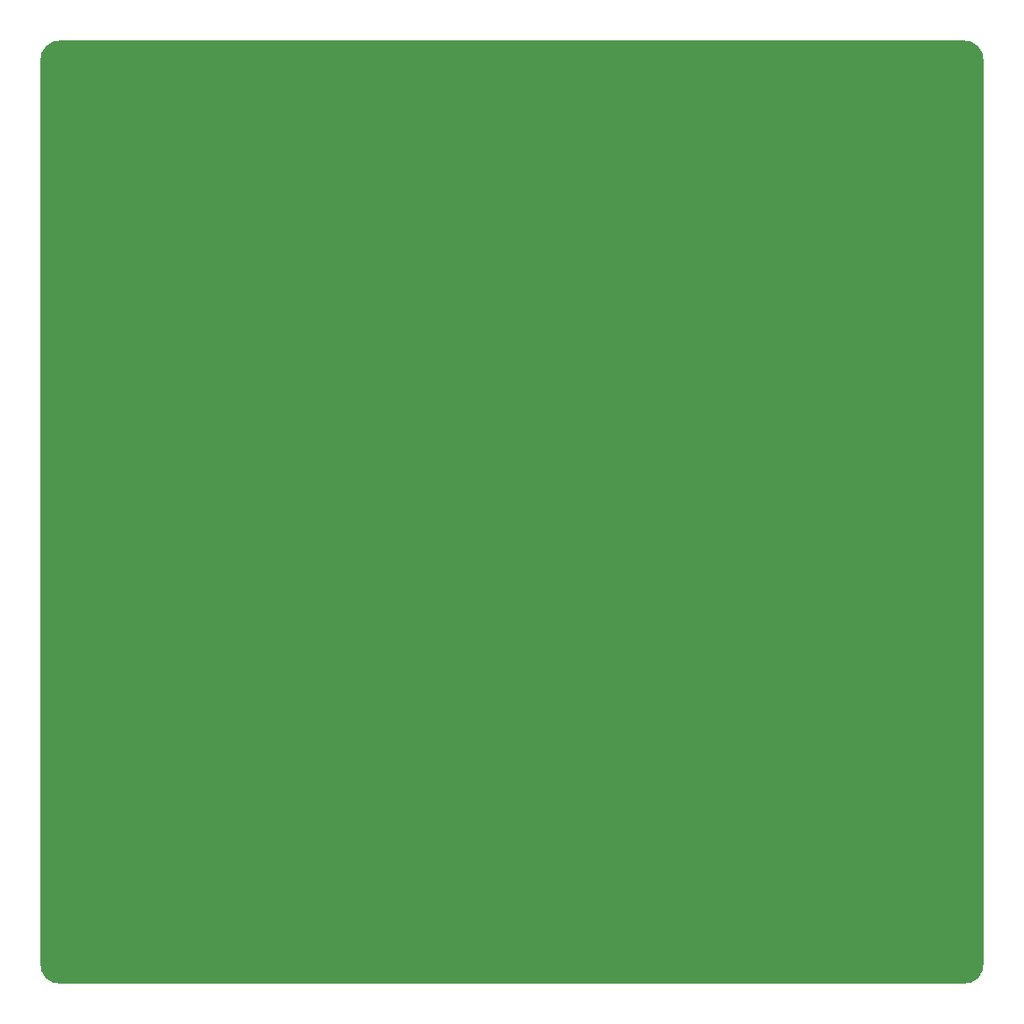
<source format=gbr>
%TF.GenerationSoftware,KiCad,Pcbnew,6.0.1-79c1e3a40b~116~ubuntu20.04.1*%
%TF.CreationDate,2022-01-22T14:19:24+01:00*%
%TF.ProjectId,base,62617365-2e6b-4696-9361-645f70636258,rev?*%
%TF.SameCoordinates,Original*%
%TF.FileFunction,Soldermask,Top*%
%TF.FilePolarity,Negative*%
%FSLAX46Y46*%
G04 Gerber Fmt 4.6, Leading zero omitted, Abs format (unit mm)*
G04 Created by KiCad (PCBNEW 6.0.1-79c1e3a40b~116~ubuntu20.04.1) date 2022-01-22 14:19:24*
%MOMM*%
%LPD*%
G01*
G04 APERTURE LIST*
%ADD10C,3.400000*%
G04 APERTURE END LIST*
D10*
%TO.C,REF\u002A\u002A*%
X169000000Y-144000000D03*
%TD*%
%TO.C,REF\u002A\u002A*%
X154000000Y-144000000D03*
%TD*%
%TO.C,REF\u002A\u002A*%
X179000000Y-144000000D03*
%TD*%
%TO.C,REF\u002A\u002A*%
X159000000Y-144000000D03*
%TD*%
%TO.C,REF\u002A\u002A*%
X184000000Y-144000000D03*
%TD*%
%TO.C,REF\u002A\u002A*%
X114000000Y-144000000D03*
%TD*%
%TO.C,REF\u002A\u002A*%
X174000000Y-144000000D03*
%TD*%
%TO.C,REF\u002A\u002A*%
X124000000Y-144000000D03*
%TD*%
%TO.C,REF\u002A\u002A*%
X194000000Y-144000000D03*
%TD*%
%TO.C,REF\u002A\u002A*%
X149000000Y-144000000D03*
%TD*%
%TO.C,REF\u002A\u002A*%
X164000000Y-144000000D03*
%TD*%
%TO.C,REF\u002A\u002A*%
X119000000Y-144000000D03*
%TD*%
%TO.C,REF\u002A\u002A*%
X129000000Y-144000000D03*
%TD*%
%TO.C,REF\u002A\u002A*%
X109000000Y-144000000D03*
%TD*%
%TO.C,REF\u002A\u002A*%
X144000000Y-144000000D03*
%TD*%
%TO.C,REF\u002A\u002A*%
X189000000Y-144000000D03*
%TD*%
%TO.C,REF\u002A\u002A*%
X134000000Y-144000000D03*
%TD*%
%TO.C,REF\u002A\u002A*%
X139000000Y-144000000D03*
%TD*%
%TO.C,REF\u002A\u002A*%
X99000000Y-144000000D03*
%TD*%
%TO.C,REF\u002A\u002A*%
X104000000Y-144000000D03*
%TD*%
%TO.C,REF\u002A\u002A*%
X154000000Y-129000000D03*
%TD*%
%TO.C,REF\u002A\u002A*%
X114000000Y-129000000D03*
%TD*%
%TO.C,REF\u002A\u002A*%
X109000000Y-129000000D03*
%TD*%
%TO.C,REF\u002A\u002A*%
X129000000Y-129000000D03*
%TD*%
%TO.C,REF\u002A\u002A*%
X179000000Y-134000000D03*
%TD*%
%TO.C,REF\u002A\u002A*%
X144000000Y-129000000D03*
%TD*%
%TO.C,REF\u002A\u002A*%
X149000000Y-134000000D03*
%TD*%
%TO.C,REF\u002A\u002A*%
X174000000Y-134000000D03*
%TD*%
%TO.C,REF\u002A\u002A*%
X184000000Y-134000000D03*
%TD*%
%TO.C,REF\u002A\u002A*%
X139000000Y-134000000D03*
%TD*%
%TO.C,REF\u002A\u002A*%
X139000000Y-129000000D03*
%TD*%
%TO.C,REF\u002A\u002A*%
X159000000Y-139000000D03*
%TD*%
%TO.C,REF\u002A\u002A*%
X134000000Y-129000000D03*
%TD*%
%TO.C,REF\u002A\u002A*%
X174000000Y-129000000D03*
%TD*%
%TO.C,REF\u002A\u002A*%
X164000000Y-129000000D03*
%TD*%
%TO.C,REF\u002A\u002A*%
X174000000Y-139000000D03*
%TD*%
%TO.C,REF\u002A\u002A*%
X129000000Y-134000000D03*
%TD*%
%TO.C,REF\u002A\u002A*%
X159000000Y-129000000D03*
%TD*%
%TO.C,REF\u002A\u002A*%
X154000000Y-134000000D03*
%TD*%
%TO.C,REF\u002A\u002A*%
X164000000Y-139000000D03*
%TD*%
%TO.C,REF\u002A\u002A*%
X119000000Y-139000000D03*
%TD*%
%TO.C,REF\u002A\u002A*%
X184000000Y-139000000D03*
%TD*%
%TO.C,REF\u002A\u002A*%
X114000000Y-139000000D03*
%TD*%
%TO.C,REF\u002A\u002A*%
X159000000Y-134000000D03*
%TD*%
%TO.C,REF\u002A\u002A*%
X144000000Y-134000000D03*
%TD*%
%TO.C,REF\u002A\u002A*%
X169000000Y-129000000D03*
%TD*%
%TO.C,REF\u002A\u002A*%
X189000000Y-134000000D03*
%TD*%
%TO.C,REF\u002A\u002A*%
X139000000Y-139000000D03*
%TD*%
%TO.C,REF\u002A\u002A*%
X99000000Y-139000000D03*
%TD*%
%TO.C,REF\u002A\u002A*%
X134000000Y-134000000D03*
%TD*%
%TO.C,REF\u002A\u002A*%
X149000000Y-129000000D03*
%TD*%
%TO.C,REF\u002A\u002A*%
X119000000Y-129000000D03*
%TD*%
%TO.C,REF\u002A\u002A*%
X149000000Y-139000000D03*
%TD*%
%TO.C,REF\u002A\u002A*%
X134000000Y-139000000D03*
%TD*%
%TO.C,REF\u002A\u002A*%
X99000000Y-129000000D03*
%TD*%
%TO.C,REF\u002A\u002A*%
X169000000Y-134000000D03*
%TD*%
%TO.C,REF\u002A\u002A*%
X179000000Y-129000000D03*
%TD*%
%TO.C,REF\u002A\u002A*%
X169000000Y-139000000D03*
%TD*%
%TO.C,REF\u002A\u002A*%
X189000000Y-129000000D03*
%TD*%
%TO.C,REF\u002A\u002A*%
X114000000Y-134000000D03*
%TD*%
%TO.C,REF\u002A\u002A*%
X154000000Y-139000000D03*
%TD*%
%TO.C,REF\u002A\u002A*%
X179000000Y-139000000D03*
%TD*%
%TO.C,REF\u002A\u002A*%
X164000000Y-134000000D03*
%TD*%
%TO.C,REF\u002A\u002A*%
X104000000Y-129000000D03*
%TD*%
%TO.C,REF\u002A\u002A*%
X119000000Y-134000000D03*
%TD*%
%TO.C,REF\u002A\u002A*%
X124000000Y-139000000D03*
%TD*%
%TO.C,REF\u002A\u002A*%
X194000000Y-139000000D03*
%TD*%
%TO.C,REF\u002A\u002A*%
X124000000Y-134000000D03*
%TD*%
%TO.C,REF\u002A\u002A*%
X124000000Y-129000000D03*
%TD*%
%TO.C,REF\u002A\u002A*%
X144000000Y-139000000D03*
%TD*%
%TO.C,REF\u002A\u002A*%
X189000000Y-139000000D03*
%TD*%
%TO.C,REF\u002A\u002A*%
X194000000Y-134000000D03*
%TD*%
%TO.C,REF\u002A\u002A*%
X99000000Y-134000000D03*
%TD*%
%TO.C,REF\u002A\u002A*%
X129000000Y-139000000D03*
%TD*%
%TO.C,REF\u002A\u002A*%
X194000000Y-129000000D03*
%TD*%
%TO.C,REF\u002A\u002A*%
X184000000Y-129000000D03*
%TD*%
%TO.C,REF\u002A\u002A*%
X124000000Y-94000000D03*
%TD*%
%TO.C,REF\u002A\u002A*%
X164000000Y-114000000D03*
%TD*%
%TO.C,REF\u002A\u002A*%
X174000000Y-124000000D03*
%TD*%
%TO.C,REF\u002A\u002A*%
X154000000Y-114000000D03*
%TD*%
%TO.C,REF\u002A\u002A*%
X164000000Y-94000000D03*
%TD*%
%TO.C,REF\u002A\u002A*%
X144000000Y-99000000D03*
%TD*%
%TO.C,REF\u002A\u002A*%
X104000000Y-94000000D03*
%TD*%
%TO.C,REF\u002A\u002A*%
X119000000Y-99000000D03*
%TD*%
%TO.C,REF\u002A\u002A*%
X194000000Y-119000000D03*
%TD*%
%TO.C,REF\u002A\u002A*%
X109000000Y-114000000D03*
%TD*%
%TO.C,REF\u002A\u002A*%
X99000000Y-109000000D03*
%TD*%
%TO.C,REF\u002A\u002A*%
X194000000Y-94000000D03*
%TD*%
%TO.C,REF\u002A\u002A*%
X139000000Y-89000000D03*
%TD*%
%TO.C,REF\u002A\u002A*%
X194000000Y-99000000D03*
%TD*%
%TO.C,REF\u002A\u002A*%
X174000000Y-119000000D03*
%TD*%
%TO.C,REF\u002A\u002A*%
X139000000Y-94000000D03*
%TD*%
%TO.C,REF\u002A\u002A*%
X164000000Y-109000000D03*
%TD*%
%TO.C,REF\u002A\u002A*%
X114000000Y-94000000D03*
%TD*%
%TO.C,REF\u002A\u002A*%
X169000000Y-114000000D03*
%TD*%
%TO.C,REF\u002A\u002A*%
X189000000Y-119000000D03*
%TD*%
%TO.C,REF\u002A\u002A*%
X139000000Y-124000000D03*
%TD*%
%TO.C,REF\u002A\u002A*%
X134000000Y-114000000D03*
%TD*%
%TO.C,REF\u002A\u002A*%
X139000000Y-99000000D03*
%TD*%
%TO.C,REF\u002A\u002A*%
X174000000Y-114000000D03*
%TD*%
%TO.C,REF\u002A\u002A*%
X174000000Y-104000000D03*
%TD*%
%TO.C,REF\u002A\u002A*%
X189000000Y-94000000D03*
%TD*%
%TO.C,REF\u002A\u002A*%
X194000000Y-109000000D03*
%TD*%
%TO.C,REF\u002A\u002A*%
X134000000Y-94000000D03*
%TD*%
%TO.C,REF\u002A\u002A*%
X164000000Y-104000000D03*
%TD*%
%TO.C,REF\u002A\u002A*%
X129000000Y-99000000D03*
%TD*%
%TO.C,REF\u002A\u002A*%
X164000000Y-119000000D03*
%TD*%
%TO.C,REF\u002A\u002A*%
X149000000Y-99000000D03*
%TD*%
%TO.C,REF\u002A\u002A*%
X149000000Y-109000000D03*
%TD*%
%TO.C,REF\u002A\u002A*%
X124000000Y-119000000D03*
%TD*%
%TO.C,REF\u002A\u002A*%
X194000000Y-124000000D03*
%TD*%
%TO.C,REF\u002A\u002A*%
X104000000Y-119000000D03*
%TD*%
%TO.C,REF\u002A\u002A*%
X134000000Y-89000000D03*
%TD*%
%TO.C,REF\u002A\u002A*%
X134000000Y-109000000D03*
%TD*%
%TO.C,REF\u002A\u002A*%
X154000000Y-109000000D03*
%TD*%
%TO.C,REF\u002A\u002A*%
X104000000Y-124000000D03*
%TD*%
%TO.C,REF\u002A\u002A*%
X174000000Y-109000000D03*
%TD*%
%TO.C,REF\u002A\u002A*%
X189000000Y-99000000D03*
%TD*%
%TO.C,REF\u002A\u002A*%
X139000000Y-104000000D03*
%TD*%
%TO.C,REF\u002A\u002A*%
X179000000Y-109000000D03*
%TD*%
%TO.C,REF\u002A\u002A*%
X114000000Y-109000000D03*
%TD*%
%TO.C,REF\u002A\u002A*%
X124000000Y-89000000D03*
%TD*%
%TO.C,REF\u002A\u002A*%
X184000000Y-94000000D03*
%TD*%
%TO.C,REF\u002A\u002A*%
X184000000Y-89000000D03*
%TD*%
%TO.C,REF\u002A\u002A*%
X184000000Y-104000000D03*
%TD*%
%TO.C,REF\u002A\u002A*%
X169000000Y-124000000D03*
%TD*%
%TO.C,REF\u002A\u002A*%
X144000000Y-124000000D03*
%TD*%
%TO.C,REF\u002A\u002A*%
X189000000Y-124000000D03*
%TD*%
%TO.C,REF\u002A\u002A*%
X149000000Y-124000000D03*
%TD*%
%TO.C,REF\u002A\u002A*%
X99000000Y-119000000D03*
%TD*%
%TO.C,REF\u002A\u002A*%
X124000000Y-114000000D03*
%TD*%
%TO.C,REF\u002A\u002A*%
X184000000Y-109000000D03*
%TD*%
%TO.C,REF\u002A\u002A*%
X104000000Y-104000000D03*
%TD*%
%TO.C,REF\u002A\u002A*%
X164000000Y-99000000D03*
%TD*%
%TO.C,REF\u002A\u002A*%
X124000000Y-99000000D03*
%TD*%
%TO.C,REF\u002A\u002A*%
X144000000Y-94000000D03*
%TD*%
%TO.C,REF\u002A\u002A*%
X169000000Y-89000000D03*
%TD*%
%TO.C,REF\u002A\u002A*%
X149000000Y-104000000D03*
%TD*%
%TO.C,REF\u002A\u002A*%
X189000000Y-114000000D03*
%TD*%
%TO.C,REF\u002A\u002A*%
X124000000Y-109000000D03*
%TD*%
%TO.C,REF\u002A\u002A*%
X169000000Y-94000000D03*
%TD*%
%TO.C,REF\u002A\u002A*%
X149000000Y-94000000D03*
%TD*%
%TO.C,REF\u002A\u002A*%
X134000000Y-99000000D03*
%TD*%
%TO.C,REF\u002A\u002A*%
X179000000Y-89000000D03*
%TD*%
%TO.C,REF\u002A\u002A*%
X129000000Y-124000000D03*
%TD*%
%TO.C,REF\u002A\u002A*%
X144000000Y-119000000D03*
%TD*%
%TO.C,REF\u002A\u002A*%
X144000000Y-89000000D03*
%TD*%
%TO.C,REF\u002A\u002A*%
X154000000Y-99000000D03*
%TD*%
%TO.C,REF\u002A\u002A*%
X179000000Y-119000000D03*
%TD*%
%TO.C,REF\u002A\u002A*%
X144000000Y-114000000D03*
%TD*%
%TO.C,REF\u002A\u002A*%
X169000000Y-99000000D03*
%TD*%
%TO.C,REF\u002A\u002A*%
X169000000Y-104000000D03*
%TD*%
%TO.C,REF\u002A\u002A*%
X114000000Y-114000000D03*
%TD*%
%TO.C,REF\u002A\u002A*%
X179000000Y-99000000D03*
%TD*%
%TO.C,REF\u002A\u002A*%
X174000000Y-94000000D03*
%TD*%
%TO.C,REF\u002A\u002A*%
X124000000Y-104000000D03*
%TD*%
%TO.C,REF\u002A\u002A*%
X129000000Y-89000000D03*
%TD*%
%TO.C,REF\u002A\u002A*%
X184000000Y-124000000D03*
%TD*%
%TO.C,REF\u002A\u002A*%
X194000000Y-89000000D03*
%TD*%
%TO.C,REF\u002A\u002A*%
X154000000Y-89000000D03*
%TD*%
%TO.C,REF\u002A\u002A*%
X144000000Y-104000000D03*
%TD*%
%TO.C,REF\u002A\u002A*%
X154000000Y-94000000D03*
%TD*%
%TO.C,REF\u002A\u002A*%
X114000000Y-104000000D03*
%TD*%
%TO.C,REF\u002A\u002A*%
X114000000Y-124000000D03*
%TD*%
%TO.C,REF\u002A\u002A*%
X184000000Y-114000000D03*
%TD*%
%TO.C,REF\u002A\u002A*%
X159000000Y-89000000D03*
%TD*%
%TO.C,REF\u002A\u002A*%
X109000000Y-99000000D03*
%TD*%
%TO.C,REF\u002A\u002A*%
X139000000Y-119000000D03*
%TD*%
%TO.C,REF\u002A\u002A*%
X159000000Y-94000000D03*
%TD*%
%TO.C,REF\u002A\u002A*%
X99000000Y-124000000D03*
%TD*%
%TO.C,REF\u002A\u002A*%
X119000000Y-94000000D03*
%TD*%
%TO.C,REF\u002A\u002A*%
X134000000Y-104000000D03*
%TD*%
%TO.C,REF\u002A\u002A*%
X104000000Y-109000000D03*
%TD*%
%TO.C,REF\u002A\u002A*%
X109000000Y-109000000D03*
%TD*%
%TO.C,REF\u002A\u002A*%
X129000000Y-109000000D03*
%TD*%
%TO.C,REF\u002A\u002A*%
X109000000Y-89000000D03*
%TD*%
%TO.C,REF\u002A\u002A*%
X104000000Y-89000000D03*
%TD*%
%TO.C,REF\u002A\u002A*%
X154000000Y-124000000D03*
%TD*%
%TO.C,REF\u002A\u002A*%
X179000000Y-104000000D03*
%TD*%
%TO.C,REF\u002A\u002A*%
X114000000Y-99000000D03*
%TD*%
%TO.C,REF\u002A\u002A*%
X99000000Y-94000000D03*
%TD*%
%TO.C,REF\u002A\u002A*%
X194000000Y-114000000D03*
%TD*%
%TO.C,REF\u002A\u002A*%
X104000000Y-114000000D03*
%TD*%
%TO.C,REF\u002A\u002A*%
X119000000Y-119000000D03*
%TD*%
%TO.C,REF\u002A\u002A*%
X124000000Y-124000000D03*
%TD*%
%TO.C,REF\u002A\u002A*%
X109000000Y-119000000D03*
%TD*%
%TO.C,REF\u002A\u002A*%
X179000000Y-94000000D03*
%TD*%
%TO.C,REF\u002A\u002A*%
X99000000Y-89000000D03*
%TD*%
%TO.C,REF\u002A\u002A*%
X189000000Y-104000000D03*
%TD*%
%TO.C,REF\u002A\u002A*%
X149000000Y-114000000D03*
%TD*%
%TO.C,REF\u002A\u002A*%
X119000000Y-114000000D03*
%TD*%
%TO.C,REF\u002A\u002A*%
X119000000Y-109000000D03*
%TD*%
%TO.C,REF\u002A\u002A*%
X184000000Y-119000000D03*
%TD*%
%TO.C,REF\u002A\u002A*%
X109000000Y-94000000D03*
%TD*%
%TO.C,REF\u002A\u002A*%
X184000000Y-99000000D03*
%TD*%
%TO.C,REF\u002A\u002A*%
X114000000Y-119000000D03*
%TD*%
%TO.C,REF\u002A\u002A*%
X159000000Y-99000000D03*
%TD*%
%TO.C,REF\u002A\u002A*%
X134000000Y-124000000D03*
%TD*%
%TO.C,REF\u002A\u002A*%
X99000000Y-104000000D03*
%TD*%
%TO.C,REF\u002A\u002A*%
X114000000Y-89000000D03*
%TD*%
%TO.C,REF\u002A\u002A*%
X109000000Y-124000000D03*
%TD*%
%TO.C,REF\u002A\u002A*%
X119000000Y-89000000D03*
%TD*%
%TO.C,REF\u002A\u002A*%
X99000000Y-114000000D03*
%TD*%
%TO.C,REF\u002A\u002A*%
X169000000Y-119000000D03*
%TD*%
%TO.C,REF\u002A\u002A*%
X189000000Y-89000000D03*
%TD*%
%TO.C,REF\u002A\u002A*%
X189000000Y-109000000D03*
%TD*%
%TO.C,REF\u002A\u002A*%
X179000000Y-124000000D03*
%TD*%
%TO.C,REF\u002A\u002A*%
X109000000Y-104000000D03*
%TD*%
%TO.C,REF\u002A\u002A*%
X159000000Y-104000000D03*
%TD*%
%TO.C,REF\u002A\u002A*%
X139000000Y-109000000D03*
%TD*%
%TO.C,REF\u002A\u002A*%
X164000000Y-89000000D03*
%TD*%
%TO.C,REF\u002A\u002A*%
X174000000Y-99000000D03*
%TD*%
%TO.C,REF\u002A\u002A*%
X169000000Y-109000000D03*
%TD*%
%TO.C,REF\u002A\u002A*%
X129000000Y-114000000D03*
%TD*%
%TO.C,REF\u002A\u002A*%
X129000000Y-104000000D03*
%TD*%
%TO.C,REF\u002A\u002A*%
X134000000Y-119000000D03*
%TD*%
%TO.C,REF\u002A\u002A*%
X99000000Y-99000000D03*
%TD*%
%TO.C,REF\u002A\u002A*%
X149000000Y-119000000D03*
%TD*%
%TO.C,REF\u002A\u002A*%
X159000000Y-119000000D03*
%TD*%
%TO.C,REF\u002A\u002A*%
X164000000Y-124000000D03*
%TD*%
%TO.C,REF\u002A\u002A*%
X119000000Y-124000000D03*
%TD*%
%TO.C,REF\u002A\u002A*%
X174000000Y-89000000D03*
%TD*%
%TO.C,REF\u002A\u002A*%
X159000000Y-109000000D03*
%TD*%
%TO.C,REF\u002A\u002A*%
X144000000Y-109000000D03*
%TD*%
%TO.C,REF\u002A\u002A*%
X154000000Y-119000000D03*
%TD*%
%TO.C,REF\u002A\u002A*%
X129000000Y-94000000D03*
%TD*%
%TO.C,REF\u002A\u002A*%
X119000000Y-104000000D03*
%TD*%
%TO.C,REF\u002A\u002A*%
X149000000Y-89000000D03*
%TD*%
%TO.C,REF\u002A\u002A*%
X179000000Y-114000000D03*
%TD*%
%TO.C,REF\u002A\u002A*%
X129000000Y-119000000D03*
%TD*%
%TO.C,REF\u002A\u002A*%
X159000000Y-114000000D03*
%TD*%
%TO.C,REF\u002A\u002A*%
X194000000Y-104000000D03*
%TD*%
%TO.C,REF\u002A\u002A*%
X139000000Y-114000000D03*
%TD*%
%TO.C,REF\u002A\u002A*%
X154000000Y-104000000D03*
%TD*%
%TO.C,REF\u002A\u002A*%
X159000000Y-124000000D03*
%TD*%
%TO.C,REF\u002A\u002A*%
X104000000Y-99000000D03*
%TD*%
%TO.C,REF\u002A\u002A*%
X124000000Y-74000000D03*
%TD*%
%TO.C,REF\u002A\u002A*%
X164000000Y-74000000D03*
%TD*%
%TO.C,REF\u002A\u002A*%
X144000000Y-79000000D03*
%TD*%
%TO.C,REF\u002A\u002A*%
X104000000Y-74000000D03*
%TD*%
%TO.C,REF\u002A\u002A*%
X119000000Y-79000000D03*
%TD*%
%TO.C,REF\u002A\u002A*%
X194000000Y-74000000D03*
%TD*%
%TO.C,REF\u002A\u002A*%
X139000000Y-69000000D03*
%TD*%
%TO.C,REF\u002A\u002A*%
X194000000Y-79000000D03*
%TD*%
%TO.C,REF\u002A\u002A*%
X139000000Y-74000000D03*
%TD*%
%TO.C,REF\u002A\u002A*%
X114000000Y-74000000D03*
%TD*%
%TO.C,REF\u002A\u002A*%
X139000000Y-79000000D03*
%TD*%
%TO.C,REF\u002A\u002A*%
X174000000Y-84000000D03*
%TD*%
%TO.C,REF\u002A\u002A*%
X189000000Y-74000000D03*
%TD*%
%TO.C,REF\u002A\u002A*%
X134000000Y-74000000D03*
%TD*%
%TO.C,REF\u002A\u002A*%
X164000000Y-84000000D03*
%TD*%
%TO.C,REF\u002A\u002A*%
X129000000Y-79000000D03*
%TD*%
%TO.C,REF\u002A\u002A*%
X149000000Y-79000000D03*
%TD*%
%TO.C,REF\u002A\u002A*%
X134000000Y-69000000D03*
%TD*%
%TO.C,REF\u002A\u002A*%
X189000000Y-79000000D03*
%TD*%
%TO.C,REF\u002A\u002A*%
X139000000Y-84000000D03*
%TD*%
%TO.C,REF\u002A\u002A*%
X124000000Y-69000000D03*
%TD*%
%TO.C,REF\u002A\u002A*%
X184000000Y-74000000D03*
%TD*%
%TO.C,REF\u002A\u002A*%
X184000000Y-69000000D03*
%TD*%
%TO.C,REF\u002A\u002A*%
X184000000Y-84000000D03*
%TD*%
%TO.C,REF\u002A\u002A*%
X104000000Y-84000000D03*
%TD*%
%TO.C,REF\u002A\u002A*%
X164000000Y-79000000D03*
%TD*%
%TO.C,REF\u002A\u002A*%
X124000000Y-79000000D03*
%TD*%
%TO.C,REF\u002A\u002A*%
X144000000Y-74000000D03*
%TD*%
%TO.C,REF\u002A\u002A*%
X169000000Y-69000000D03*
%TD*%
%TO.C,REF\u002A\u002A*%
X149000000Y-84000000D03*
%TD*%
%TO.C,REF\u002A\u002A*%
X169000000Y-74000000D03*
%TD*%
%TO.C,REF\u002A\u002A*%
X149000000Y-74000000D03*
%TD*%
%TO.C,REF\u002A\u002A*%
X134000000Y-79000000D03*
%TD*%
%TO.C,REF\u002A\u002A*%
X179000000Y-69000000D03*
%TD*%
%TO.C,REF\u002A\u002A*%
X144000000Y-69000000D03*
%TD*%
%TO.C,REF\u002A\u002A*%
X154000000Y-79000000D03*
%TD*%
%TO.C,REF\u002A\u002A*%
X169000000Y-79000000D03*
%TD*%
%TO.C,REF\u002A\u002A*%
X169000000Y-84000000D03*
%TD*%
%TO.C,REF\u002A\u002A*%
X179000000Y-79000000D03*
%TD*%
%TO.C,REF\u002A\u002A*%
X174000000Y-74000000D03*
%TD*%
%TO.C,REF\u002A\u002A*%
X124000000Y-84000000D03*
%TD*%
%TO.C,REF\u002A\u002A*%
X129000000Y-69000000D03*
%TD*%
%TO.C,REF\u002A\u002A*%
X194000000Y-69000000D03*
%TD*%
%TO.C,REF\u002A\u002A*%
X154000000Y-69000000D03*
%TD*%
%TO.C,REF\u002A\u002A*%
X144000000Y-84000000D03*
%TD*%
%TO.C,REF\u002A\u002A*%
X154000000Y-74000000D03*
%TD*%
%TO.C,REF\u002A\u002A*%
X114000000Y-84000000D03*
%TD*%
%TO.C,REF\u002A\u002A*%
X159000000Y-69000000D03*
%TD*%
%TO.C,REF\u002A\u002A*%
X109000000Y-79000000D03*
%TD*%
%TO.C,REF\u002A\u002A*%
X159000000Y-74000000D03*
%TD*%
%TO.C,REF\u002A\u002A*%
X119000000Y-74000000D03*
%TD*%
%TO.C,REF\u002A\u002A*%
X134000000Y-84000000D03*
%TD*%
%TO.C,REF\u002A\u002A*%
X109000000Y-69000000D03*
%TD*%
%TO.C,REF\u002A\u002A*%
X104000000Y-69000000D03*
%TD*%
%TO.C,REF\u002A\u002A*%
X179000000Y-84000000D03*
%TD*%
%TO.C,REF\u002A\u002A*%
X114000000Y-79000000D03*
%TD*%
%TO.C,REF\u002A\u002A*%
X99000000Y-74000000D03*
%TD*%
%TO.C,REF\u002A\u002A*%
X179000000Y-74000000D03*
%TD*%
%TO.C,REF\u002A\u002A*%
X99000000Y-69000000D03*
%TD*%
%TO.C,REF\u002A\u002A*%
X189000000Y-84000000D03*
%TD*%
%TO.C,REF\u002A\u002A*%
X109000000Y-74000000D03*
%TD*%
%TO.C,REF\u002A\u002A*%
X184000000Y-79000000D03*
%TD*%
%TO.C,REF\u002A\u002A*%
X159000000Y-79000000D03*
%TD*%
%TO.C,REF\u002A\u002A*%
X99000000Y-84000000D03*
%TD*%
%TO.C,REF\u002A\u002A*%
X114000000Y-69000000D03*
%TD*%
%TO.C,REF\u002A\u002A*%
X119000000Y-69000000D03*
%TD*%
%TO.C,REF\u002A\u002A*%
X189000000Y-69000000D03*
%TD*%
%TO.C,REF\u002A\u002A*%
X109000000Y-84000000D03*
%TD*%
%TO.C,REF\u002A\u002A*%
X159000000Y-84000000D03*
%TD*%
%TO.C,REF\u002A\u002A*%
X164000000Y-69000000D03*
%TD*%
%TO.C,REF\u002A\u002A*%
X174000000Y-79000000D03*
%TD*%
%TO.C,REF\u002A\u002A*%
X129000000Y-84000000D03*
%TD*%
%TO.C,REF\u002A\u002A*%
X99000000Y-79000000D03*
%TD*%
%TO.C,REF\u002A\u002A*%
X174000000Y-69000000D03*
%TD*%
%TO.C,REF\u002A\u002A*%
X129000000Y-74000000D03*
%TD*%
%TO.C,REF\u002A\u002A*%
X119000000Y-84000000D03*
%TD*%
%TO.C,REF\u002A\u002A*%
X149000000Y-69000000D03*
%TD*%
%TO.C,REF\u002A\u002A*%
X194000000Y-84000000D03*
%TD*%
%TO.C,REF\u002A\u002A*%
X154000000Y-84000000D03*
%TD*%
%TO.C,REF\u002A\u002A*%
X104000000Y-79000000D03*
%TD*%
%TO.C,REF\u002A\u002A*%
X124000000Y-64000000D03*
%TD*%
%TO.C,REF\u002A\u002A*%
X164000000Y-64000000D03*
%TD*%
%TO.C,REF\u002A\u002A*%
X104000000Y-64000000D03*
%TD*%
%TO.C,REF\u002A\u002A*%
X194000000Y-64000000D03*
%TD*%
%TO.C,REF\u002A\u002A*%
X139000000Y-59000000D03*
%TD*%
%TO.C,REF\u002A\u002A*%
X139000000Y-64000000D03*
%TD*%
%TO.C,REF\u002A\u002A*%
X114000000Y-64000000D03*
%TD*%
%TO.C,REF\u002A\u002A*%
X189000000Y-64000000D03*
%TD*%
%TO.C,REF\u002A\u002A*%
X134000000Y-64000000D03*
%TD*%
%TO.C,REF\u002A\u002A*%
X134000000Y-59000000D03*
%TD*%
%TO.C,REF\u002A\u002A*%
X124000000Y-59000000D03*
%TD*%
%TO.C,REF\u002A\u002A*%
X184000000Y-64000000D03*
%TD*%
%TO.C,REF\u002A\u002A*%
X184000000Y-59000000D03*
%TD*%
%TO.C,REF\u002A\u002A*%
X144000000Y-64000000D03*
%TD*%
%TO.C,REF\u002A\u002A*%
X169000000Y-59000000D03*
%TD*%
%TO.C,REF\u002A\u002A*%
X169000000Y-64000000D03*
%TD*%
%TO.C,REF\u002A\u002A*%
X149000000Y-64000000D03*
%TD*%
%TO.C,REF\u002A\u002A*%
X179000000Y-59000000D03*
%TD*%
%TO.C,REF\u002A\u002A*%
X144000000Y-59000000D03*
%TD*%
%TO.C,REF\u002A\u002A*%
X174000000Y-64000000D03*
%TD*%
%TO.C,REF\u002A\u002A*%
X129000000Y-59000000D03*
%TD*%
%TO.C,REF\u002A\u002A*%
X194000000Y-59000000D03*
%TD*%
%TO.C,REF\u002A\u002A*%
X154000000Y-59000000D03*
%TD*%
%TO.C,REF\u002A\u002A*%
X154000000Y-64000000D03*
%TD*%
%TO.C,REF\u002A\u002A*%
X159000000Y-59000000D03*
%TD*%
%TO.C,REF\u002A\u002A*%
X159000000Y-64000000D03*
%TD*%
%TO.C,REF\u002A\u002A*%
X119000000Y-64000000D03*
%TD*%
%TO.C,REF\u002A\u002A*%
X109000000Y-59000000D03*
%TD*%
%TO.C,REF\u002A\u002A*%
X104000000Y-59000000D03*
%TD*%
%TO.C,REF\u002A\u002A*%
X99000000Y-64000000D03*
%TD*%
%TO.C,REF\u002A\u002A*%
X179000000Y-64000000D03*
%TD*%
%TO.C,REF\u002A\u002A*%
X99000000Y-59000000D03*
%TD*%
%TO.C,REF\u002A\u002A*%
X109000000Y-64000000D03*
%TD*%
%TO.C,REF\u002A\u002A*%
X114000000Y-59000000D03*
%TD*%
%TO.C,REF\u002A\u002A*%
X119000000Y-59000000D03*
%TD*%
%TO.C,REF\u002A\u002A*%
X189000000Y-59000000D03*
%TD*%
%TO.C,REF\u002A\u002A*%
X164000000Y-59000000D03*
%TD*%
%TO.C,REF\u002A\u002A*%
X174000000Y-59000000D03*
%TD*%
%TO.C,REF\u002A\u002A*%
X129000000Y-64000000D03*
%TD*%
%TO.C,REF\u002A\u002A*%
X149000000Y-59000000D03*
%TD*%
%TO.C,REF\u002A\u002A*%
X139000000Y-54000000D03*
%TD*%
%TO.C,REF\u002A\u002A*%
X134000000Y-54000000D03*
%TD*%
%TO.C,REF\u002A\u002A*%
X124000000Y-54000000D03*
%TD*%
%TO.C,REF\u002A\u002A*%
X184000000Y-54000000D03*
%TD*%
%TO.C,REF\u002A\u002A*%
X169000000Y-54000000D03*
%TD*%
%TO.C,REF\u002A\u002A*%
X179000000Y-54000000D03*
%TD*%
%TO.C,REF\u002A\u002A*%
X144000000Y-54000000D03*
%TD*%
%TO.C,REF\u002A\u002A*%
X129000000Y-54000000D03*
%TD*%
%TO.C,REF\u002A\u002A*%
X194000000Y-54000000D03*
%TD*%
%TO.C,REF\u002A\u002A*%
X154000000Y-54000000D03*
%TD*%
%TO.C,REF\u002A\u002A*%
X159000000Y-54000000D03*
%TD*%
%TO.C,REF\u002A\u002A*%
X109000000Y-54000000D03*
%TD*%
%TO.C,REF\u002A\u002A*%
X104000000Y-54000000D03*
%TD*%
%TO.C,REF\u002A\u002A*%
X99000000Y-54000000D03*
%TD*%
%TO.C,REF\u002A\u002A*%
X114000000Y-54000000D03*
%TD*%
%TO.C,REF\u002A\u002A*%
X119000000Y-54000000D03*
%TD*%
%TO.C,REF\u002A\u002A*%
X189000000Y-54000000D03*
%TD*%
%TO.C,REF\u002A\u002A*%
X164000000Y-54000000D03*
%TD*%
%TO.C,REF\u002A\u002A*%
X174000000Y-54000000D03*
%TD*%
%TO.C,REF\u002A\u002A*%
X149000000Y-54000000D03*
%TD*%
%TO.C,REF\u002A\u002A*%
X194000000Y-49000000D03*
%TD*%
%TO.C,REF\u002A\u002A*%
X179000000Y-49000000D03*
%TD*%
%TO.C,REF\u002A\u002A*%
X184000000Y-49000000D03*
%TD*%
%TO.C,REF\u002A\u002A*%
X189000000Y-49000000D03*
%TD*%
%TO.C,REF\u002A\u002A*%
X174000000Y-49000000D03*
%TD*%
%TO.C,REF\u002A\u002A*%
X164000000Y-49000000D03*
%TD*%
%TO.C,REF\u002A\u002A*%
X159000000Y-49000000D03*
%TD*%
%TO.C,REF\u002A\u002A*%
X149000000Y-49000000D03*
%TD*%
%TO.C,REF\u002A\u002A*%
X169000000Y-49000000D03*
%TD*%
%TO.C,REF\u002A\u002A*%
X154000000Y-49000000D03*
%TD*%
%TO.C,REF\u002A\u002A*%
X134000000Y-49000000D03*
%TD*%
%TO.C,REF\u002A\u002A*%
X129000000Y-49000000D03*
%TD*%
%TO.C,REF\u002A\u002A*%
X124000000Y-49000000D03*
%TD*%
%TO.C,REF\u002A\u002A*%
X139000000Y-49000000D03*
%TD*%
%TO.C,REF\u002A\u002A*%
X144000000Y-49000000D03*
%TD*%
%TO.C,REF\u002A\u002A*%
X119000000Y-49000000D03*
%TD*%
%TO.C,REF\u002A\u002A*%
X114000000Y-49000000D03*
%TD*%
%TO.C,REF\u002A\u002A*%
X109000000Y-49000000D03*
%TD*%
%TO.C,REF\u002A\u002A*%
X104000000Y-49000000D03*
%TD*%
%TO.C,REF\u002A\u002A*%
X99000000Y-49000000D03*
%TD*%
G36*
X194004487Y-47000321D02*
G01*
X194275645Y-47019714D01*
X194293440Y-47022273D01*
X194554654Y-47079097D01*
X194571903Y-47084161D01*
X194822386Y-47177586D01*
X194838740Y-47185055D01*
X195073375Y-47313176D01*
X195088498Y-47322895D01*
X195302510Y-47483103D01*
X195316096Y-47494876D01*
X195505124Y-47683904D01*
X195516897Y-47697490D01*
X195677105Y-47911502D01*
X195686824Y-47926625D01*
X195814945Y-48161260D01*
X195822414Y-48177614D01*
X195915839Y-48428097D01*
X195920903Y-48445346D01*
X195977727Y-48706560D01*
X195980286Y-48724355D01*
X195999679Y-48995513D01*
X196000000Y-49004501D01*
X196000000Y-143995499D01*
X195999679Y-144004487D01*
X195980286Y-144275645D01*
X195977727Y-144293440D01*
X195920903Y-144554654D01*
X195915839Y-144571903D01*
X195822414Y-144822386D01*
X195814945Y-144838740D01*
X195686824Y-145073375D01*
X195677105Y-145088498D01*
X195516897Y-145302510D01*
X195505124Y-145316096D01*
X195316096Y-145505124D01*
X195302510Y-145516897D01*
X195088498Y-145677105D01*
X195073375Y-145686824D01*
X194838740Y-145814945D01*
X194822386Y-145822414D01*
X194571903Y-145915839D01*
X194554654Y-145920903D01*
X194293440Y-145977727D01*
X194275645Y-145980286D01*
X194004487Y-145999679D01*
X193995499Y-146000000D01*
X99004501Y-146000000D01*
X98995513Y-145999679D01*
X98724355Y-145980286D01*
X98706560Y-145977727D01*
X98445346Y-145920903D01*
X98428097Y-145915839D01*
X98177614Y-145822414D01*
X98161260Y-145814945D01*
X97926625Y-145686824D01*
X97911502Y-145677105D01*
X97697490Y-145516897D01*
X97683904Y-145505124D01*
X97494876Y-145316096D01*
X97483103Y-145302510D01*
X97322895Y-145088498D01*
X97313176Y-145073375D01*
X97185055Y-144838740D01*
X97177586Y-144822386D01*
X97084161Y-144571903D01*
X97079097Y-144554654D01*
X97022273Y-144293440D01*
X97019714Y-144275645D01*
X97000321Y-144004487D01*
X97000000Y-143995499D01*
X97000000Y-49004501D01*
X97000321Y-48995513D01*
X97019714Y-48724355D01*
X97022273Y-48706560D01*
X97079097Y-48445346D01*
X97084161Y-48428097D01*
X97177586Y-48177614D01*
X97185055Y-48161260D01*
X97313176Y-47926625D01*
X97322895Y-47911502D01*
X97483103Y-47697490D01*
X97494876Y-47683904D01*
X97683904Y-47494876D01*
X97697490Y-47483103D01*
X97911502Y-47322895D01*
X97926625Y-47313176D01*
X98161260Y-47185055D01*
X98177614Y-47177586D01*
X98428097Y-47084161D01*
X98445346Y-47079097D01*
X98706560Y-47022273D01*
X98724355Y-47019714D01*
X98995513Y-47000321D01*
X99004501Y-47000000D01*
X193995499Y-47000000D01*
X194004487Y-47000321D01*
G37*
M02*

</source>
